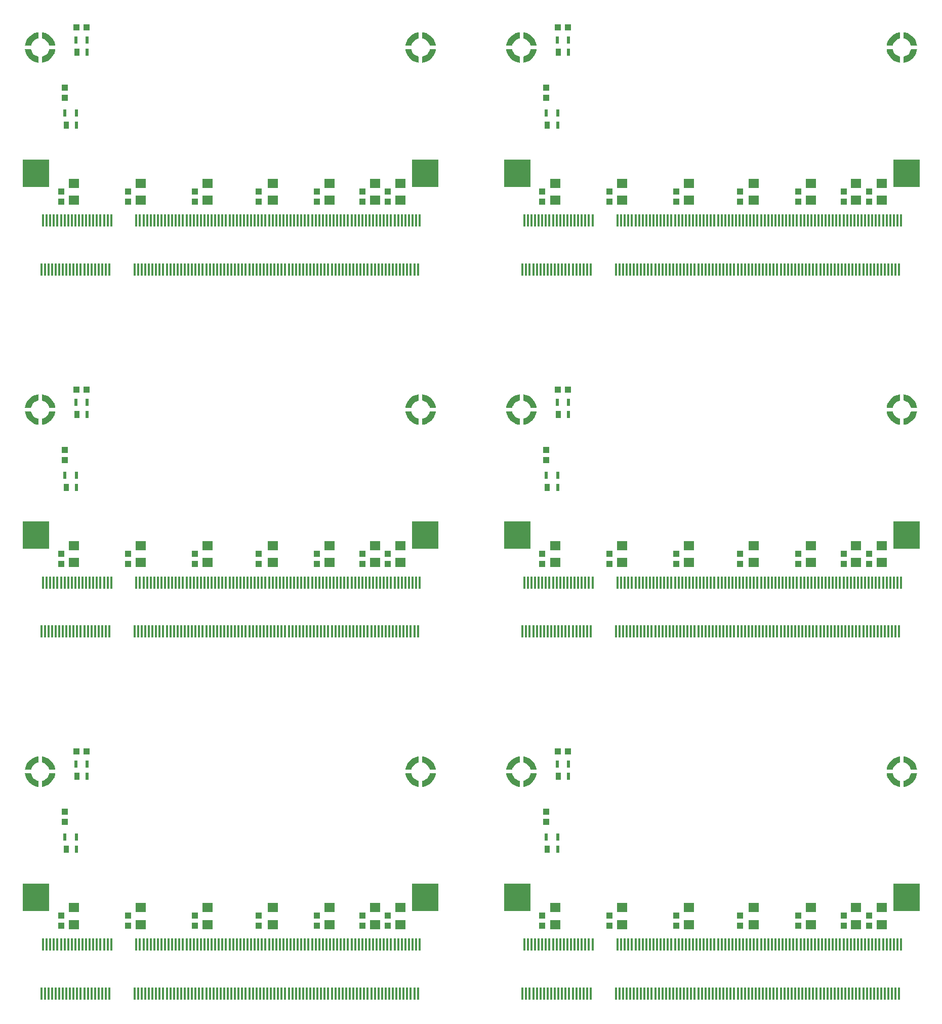
<source format=gtp>
G04*
G04 #@! TF.GenerationSoftware,Altium Limited,Altium Designer,19.0.15 (446)*
G04*
G04 Layer_Color=8421504*
%FSLAX43Y43*%
%MOMM*%
G71*
G01*
G75*
%ADD10R,0.350X2.000*%
%ADD11R,4.500X4.600*%
%ADD13R,1.100X1.000*%
%ADD14R,1.000X1.100*%
%ADD15R,0.483X1.168*%
%ADD16R,0.889X1.168*%
%ADD17R,1.800X1.600*%
G36*
X162826Y170422D02*
X163237Y170302D01*
X163623Y170115D01*
X163972Y169867D01*
X164275Y169564D01*
X164523Y169215D01*
X164710Y168829D01*
X164830Y168418D01*
X164855Y168205D01*
X164855D01*
X164855Y168205D01*
Y168205D01*
X163834D01*
X163834Y168205D01*
X163807Y168316D01*
X163731Y168532D01*
X163623Y168734D01*
X163487Y168917D01*
X163325Y169079D01*
X163142Y169215D01*
X162940Y169323D01*
X162724Y169399D01*
X162613Y169426D01*
X162613D01*
X162613Y170447D01*
X162826Y170422D01*
D02*
G37*
G36*
X162013Y169426D02*
X162013Y169426D01*
X161902Y169399D01*
X161686Y169323D01*
X161484Y169215D01*
X161301Y169079D01*
X161139Y168917D01*
X161003Y168734D01*
X160895Y168532D01*
X160819Y168316D01*
X160792Y168205D01*
X160792D01*
Y168205D01*
X159771Y168205D01*
X159796Y168418D01*
X159916Y168829D01*
X160103Y169215D01*
X160351Y169564D01*
X160654Y169867D01*
X161003Y170115D01*
X161389Y170302D01*
X161800Y170422D01*
X162013Y170447D01*
Y169426D01*
D02*
G37*
G36*
X99186Y170422D02*
X99597Y170302D01*
X99983Y170115D01*
X100332Y169867D01*
X100635Y169564D01*
X100883Y169215D01*
X101070Y168829D01*
X101190Y168418D01*
X101215Y168205D01*
X101215D01*
X101215Y168205D01*
Y168205D01*
X100194D01*
X100194Y168205D01*
X100167Y168316D01*
X100091Y168532D01*
X99983Y168734D01*
X99847Y168917D01*
X99685Y169079D01*
X99502Y169215D01*
X99300Y169323D01*
X99084Y169399D01*
X98973Y169426D01*
X98973D01*
X98973Y170447D01*
X99186Y170422D01*
D02*
G37*
G36*
X98373Y169426D02*
X98373Y169426D01*
X98262Y169399D01*
X98046Y169323D01*
X97844Y169215D01*
X97661Y169079D01*
X97499Y168917D01*
X97363Y168734D01*
X97255Y168532D01*
X97179Y168316D01*
X97152Y168205D01*
X97152D01*
Y168205D01*
X96131Y168205D01*
X96156Y168418D01*
X96276Y168829D01*
X96463Y169215D01*
X96711Y169564D01*
X97014Y169867D01*
X97363Y170115D01*
X97749Y170302D01*
X98160Y170422D01*
X98373Y170447D01*
Y169426D01*
D02*
G37*
G36*
X82326Y170422D02*
X82737Y170302D01*
X83123Y170115D01*
X83472Y169867D01*
X83775Y169564D01*
X84023Y169215D01*
X84210Y168829D01*
X84330Y168418D01*
X84355Y168205D01*
X84355D01*
X84355Y168205D01*
Y168205D01*
X83334D01*
X83334Y168205D01*
X83307Y168316D01*
X83231Y168532D01*
X83123Y168734D01*
X82987Y168917D01*
X82825Y169079D01*
X82642Y169215D01*
X82440Y169323D01*
X82224Y169399D01*
X82113Y169426D01*
X82113D01*
X82113Y170447D01*
X82326Y170422D01*
D02*
G37*
G36*
X81513Y169426D02*
X81513Y169426D01*
X81402Y169399D01*
X81186Y169323D01*
X80984Y169215D01*
X80801Y169079D01*
X80639Y168917D01*
X80503Y168734D01*
X80395Y168532D01*
X80319Y168316D01*
X80292Y168205D01*
X80292D01*
Y168205D01*
X79271Y168205D01*
X79296Y168418D01*
X79416Y168829D01*
X79603Y169215D01*
X79851Y169564D01*
X80154Y169867D01*
X80503Y170115D01*
X80889Y170302D01*
X81300Y170422D01*
X81513Y170447D01*
Y169426D01*
D02*
G37*
G36*
X18686Y170422D02*
X19097Y170302D01*
X19483Y170115D01*
X19832Y169867D01*
X20135Y169564D01*
X20383Y169215D01*
X20570Y168829D01*
X20690Y168418D01*
X20715Y168205D01*
X20715D01*
X20715Y168205D01*
Y168205D01*
X19694D01*
X19694Y168205D01*
X19667Y168316D01*
X19591Y168532D01*
X19483Y168734D01*
X19347Y168917D01*
X19185Y169079D01*
X19002Y169215D01*
X18800Y169323D01*
X18584Y169399D01*
X18473Y169426D01*
X18473D01*
X18473Y170447D01*
X18686Y170422D01*
D02*
G37*
G36*
X17873Y169426D02*
X17873Y169426D01*
X17762Y169399D01*
X17546Y169323D01*
X17344Y169215D01*
X17161Y169079D01*
X16999Y168917D01*
X16863Y168734D01*
X16755Y168532D01*
X16679Y168316D01*
X16652Y168205D01*
X16652D01*
Y168205D01*
X15631Y168205D01*
X15656Y168418D01*
X15776Y168829D01*
X15963Y169215D01*
X16211Y169564D01*
X16514Y169867D01*
X16863Y170115D01*
X17249Y170302D01*
X17660Y170422D01*
X17873Y170447D01*
Y169426D01*
D02*
G37*
G36*
X164830Y167392D02*
X164710Y166981D01*
X164523Y166595D01*
X164275Y166246D01*
X163972Y165943D01*
X163623Y165695D01*
X163237Y165508D01*
X162826Y165388D01*
X162613Y165363D01*
Y166384D01*
X162613D01*
X162724Y166411D01*
X162940Y166487D01*
X163142Y166595D01*
X163325Y166731D01*
X163487Y166893D01*
X163623Y167076D01*
X163731Y167278D01*
X163807Y167494D01*
X163834Y167605D01*
Y167605D01*
Y167605D01*
X164855D01*
X164830Y167392D01*
D02*
G37*
G36*
X101190D02*
X101070Y166981D01*
X100883Y166595D01*
X100635Y166246D01*
X100332Y165943D01*
X99983Y165695D01*
X99597Y165508D01*
X99186Y165388D01*
X98973Y165363D01*
Y166384D01*
X98973D01*
X99084Y166411D01*
X99300Y166487D01*
X99502Y166595D01*
X99685Y166731D01*
X99847Y166893D01*
X99983Y167076D01*
X100091Y167278D01*
X100167Y167494D01*
X100194Y167605D01*
Y167605D01*
Y167605D01*
X101215D01*
X101190Y167392D01*
D02*
G37*
G36*
X162613Y165363D02*
X162613D01*
X162613D01*
D01*
D02*
G37*
G36*
X160792Y167605D02*
X160819Y167494D01*
X160895Y167278D01*
X161003Y167076D01*
X161139Y166893D01*
X161301Y166731D01*
X161484Y166595D01*
X161686Y166487D01*
X161902Y166411D01*
X162013Y166384D01*
X162013Y166384D01*
X162013D01*
Y165363D01*
X161800Y165388D01*
X161389Y165508D01*
X161003Y165695D01*
X160654Y165943D01*
X160351Y166246D01*
X160103Y166595D01*
X159916Y166981D01*
X159796Y167392D01*
X159771Y167605D01*
X160792D01*
Y167605D01*
D02*
G37*
G36*
X98973Y165363D02*
X98973D01*
X98973D01*
D01*
D02*
G37*
G36*
X97152Y167605D02*
X97179Y167494D01*
X97255Y167278D01*
X97363Y167076D01*
X97499Y166893D01*
X97661Y166731D01*
X97844Y166595D01*
X98046Y166487D01*
X98262Y166411D01*
X98373Y166384D01*
X98373Y166384D01*
X98373D01*
Y165363D01*
X98160Y165388D01*
X97749Y165508D01*
X97363Y165695D01*
X97014Y165943D01*
X96711Y166246D01*
X96463Y166595D01*
X96276Y166981D01*
X96156Y167392D01*
X96131Y167605D01*
X97152D01*
Y167605D01*
D02*
G37*
G36*
X84330Y167392D02*
X84210Y166981D01*
X84023Y166595D01*
X83775Y166246D01*
X83472Y165943D01*
X83123Y165695D01*
X82737Y165508D01*
X82326Y165388D01*
X82113Y165363D01*
D01*
X82113D01*
X82113D01*
Y166384D01*
X82113D01*
X82224Y166411D01*
X82440Y166487D01*
X82642Y166595D01*
X82825Y166731D01*
X82987Y166893D01*
X83123Y167076D01*
X83231Y167278D01*
X83307Y167494D01*
X83334Y167605D01*
Y167605D01*
Y167605D01*
X84355D01*
X84330Y167392D01*
D02*
G37*
G36*
X80292Y167605D02*
X80319Y167494D01*
X80395Y167278D01*
X80503Y167076D01*
X80639Y166893D01*
X80801Y166731D01*
X80984Y166595D01*
X81186Y166487D01*
X81402Y166411D01*
X81513Y166384D01*
X81513Y166384D01*
X81513D01*
Y165363D01*
X81300Y165388D01*
X80889Y165508D01*
X80503Y165695D01*
X80154Y165943D01*
X79851Y166246D01*
X79603Y166595D01*
X79416Y166981D01*
X79296Y167392D01*
X79271Y167605D01*
X80292D01*
Y167605D01*
D02*
G37*
G36*
X20690Y167392D02*
X20570Y166981D01*
X20383Y166595D01*
X20135Y166246D01*
X19832Y165943D01*
X19483Y165695D01*
X19097Y165508D01*
X18686Y165388D01*
X18473Y165363D01*
D01*
X18473D01*
X18473D01*
Y166384D01*
X18473D01*
X18584Y166411D01*
X18800Y166487D01*
X19002Y166595D01*
X19185Y166731D01*
X19347Y166893D01*
X19483Y167076D01*
X19591Y167278D01*
X19667Y167494D01*
X19694Y167605D01*
Y167605D01*
Y167605D01*
X20715D01*
X20690Y167392D01*
D02*
G37*
G36*
X16652Y167605D02*
X16679Y167494D01*
X16755Y167278D01*
X16863Y167076D01*
X16999Y166893D01*
X17161Y166731D01*
X17344Y166595D01*
X17546Y166487D01*
X17762Y166411D01*
X17873Y166384D01*
X17873Y166384D01*
X17873D01*
Y165363D01*
X17660Y165388D01*
X17249Y165508D01*
X16863Y165695D01*
X16514Y165943D01*
X16211Y166246D01*
X15963Y166595D01*
X15776Y166981D01*
X15656Y167392D01*
X15631Y167605D01*
X16652D01*
Y167605D01*
D02*
G37*
G36*
X162826Y109922D02*
X163237Y109802D01*
X163623Y109615D01*
X163972Y109367D01*
X164275Y109064D01*
X164523Y108715D01*
X164710Y108329D01*
X164830Y107918D01*
X164855Y107705D01*
X164855D01*
X164855Y107705D01*
Y107705D01*
X163834D01*
X163834Y107705D01*
X163807Y107816D01*
X163731Y108032D01*
X163623Y108234D01*
X163487Y108417D01*
X163325Y108579D01*
X163142Y108715D01*
X162940Y108823D01*
X162724Y108899D01*
X162613Y108926D01*
X162613D01*
X162613Y109947D01*
X162826Y109922D01*
D02*
G37*
G36*
X162013Y108926D02*
X162013Y108926D01*
X161902Y108899D01*
X161686Y108823D01*
X161484Y108715D01*
X161301Y108579D01*
X161139Y108417D01*
X161003Y108234D01*
X160895Y108032D01*
X160819Y107816D01*
X160792Y107705D01*
X160792D01*
Y107705D01*
X159771Y107705D01*
X159796Y107918D01*
X159916Y108329D01*
X160103Y108715D01*
X160351Y109064D01*
X160654Y109367D01*
X161003Y109615D01*
X161389Y109802D01*
X161800Y109922D01*
X162013Y109947D01*
Y108926D01*
D02*
G37*
G36*
X99186Y109922D02*
X99597Y109802D01*
X99983Y109615D01*
X100332Y109367D01*
X100635Y109064D01*
X100883Y108715D01*
X101070Y108329D01*
X101190Y107918D01*
X101215Y107705D01*
X101215D01*
X101215Y107705D01*
Y107705D01*
X100194D01*
X100194Y107705D01*
X100167Y107816D01*
X100091Y108032D01*
X99983Y108234D01*
X99847Y108417D01*
X99685Y108579D01*
X99502Y108715D01*
X99300Y108823D01*
X99084Y108899D01*
X98973Y108926D01*
X98973D01*
X98973Y109947D01*
X99186Y109922D01*
D02*
G37*
G36*
X98373Y108926D02*
X98373Y108926D01*
X98262Y108899D01*
X98046Y108823D01*
X97844Y108715D01*
X97661Y108579D01*
X97499Y108417D01*
X97363Y108234D01*
X97255Y108032D01*
X97179Y107816D01*
X97152Y107705D01*
X97152D01*
Y107705D01*
X96131Y107705D01*
X96156Y107918D01*
X96276Y108329D01*
X96463Y108715D01*
X96711Y109064D01*
X97014Y109367D01*
X97363Y109615D01*
X97749Y109802D01*
X98160Y109922D01*
X98373Y109947D01*
Y108926D01*
D02*
G37*
G36*
X82326Y109922D02*
X82737Y109802D01*
X83123Y109615D01*
X83472Y109367D01*
X83775Y109064D01*
X84023Y108715D01*
X84210Y108329D01*
X84330Y107918D01*
X84355Y107705D01*
X84355D01*
X84355Y107705D01*
Y107705D01*
X83334D01*
X83334Y107705D01*
X83307Y107816D01*
X83231Y108032D01*
X83123Y108234D01*
X82987Y108417D01*
X82825Y108579D01*
X82642Y108715D01*
X82440Y108823D01*
X82224Y108899D01*
X82113Y108926D01*
X82113D01*
X82113Y109947D01*
X82326Y109922D01*
D02*
G37*
G36*
X81513Y108926D02*
X81513Y108926D01*
X81402Y108899D01*
X81186Y108823D01*
X80984Y108715D01*
X80801Y108579D01*
X80639Y108417D01*
X80503Y108234D01*
X80395Y108032D01*
X80319Y107816D01*
X80292Y107705D01*
X80292D01*
Y107705D01*
X79271Y107705D01*
X79296Y107918D01*
X79416Y108329D01*
X79603Y108715D01*
X79851Y109064D01*
X80154Y109367D01*
X80503Y109615D01*
X80889Y109802D01*
X81300Y109922D01*
X81513Y109947D01*
Y108926D01*
D02*
G37*
G36*
X18686Y109922D02*
X19097Y109802D01*
X19483Y109615D01*
X19832Y109367D01*
X20135Y109064D01*
X20383Y108715D01*
X20570Y108329D01*
X20690Y107918D01*
X20715Y107705D01*
X20715D01*
X20715Y107705D01*
Y107705D01*
X19694D01*
X19694Y107705D01*
X19667Y107816D01*
X19591Y108032D01*
X19483Y108234D01*
X19347Y108417D01*
X19185Y108579D01*
X19002Y108715D01*
X18800Y108823D01*
X18584Y108899D01*
X18473Y108926D01*
X18473D01*
X18473Y109947D01*
X18686Y109922D01*
D02*
G37*
G36*
X17873Y108926D02*
X17873Y108926D01*
X17762Y108899D01*
X17546Y108823D01*
X17344Y108715D01*
X17161Y108579D01*
X16999Y108417D01*
X16863Y108234D01*
X16755Y108032D01*
X16679Y107816D01*
X16652Y107705D01*
X16652D01*
Y107705D01*
X15631Y107705D01*
X15656Y107918D01*
X15776Y108329D01*
X15963Y108715D01*
X16211Y109064D01*
X16514Y109367D01*
X16863Y109615D01*
X17249Y109802D01*
X17660Y109922D01*
X17873Y109947D01*
Y108926D01*
D02*
G37*
G36*
X164830Y106892D02*
X164710Y106481D01*
X164523Y106095D01*
X164275Y105746D01*
X163972Y105443D01*
X163623Y105195D01*
X163237Y105008D01*
X162826Y104888D01*
X162613Y104863D01*
D01*
X162613D01*
X162613D01*
Y105884D01*
X162613D01*
X162724Y105911D01*
X162940Y105987D01*
X163142Y106095D01*
X163325Y106231D01*
X163487Y106393D01*
X163623Y106576D01*
X163731Y106778D01*
X163807Y106994D01*
X163834Y107105D01*
Y107105D01*
Y107105D01*
X164855D01*
X164830Y106892D01*
D02*
G37*
G36*
X160792Y107105D02*
X160819Y106994D01*
X160895Y106778D01*
X161003Y106576D01*
X161139Y106393D01*
X161301Y106231D01*
X161484Y106095D01*
X161686Y105987D01*
X161902Y105911D01*
X162013Y105884D01*
X162013Y105884D01*
X162013D01*
Y104863D01*
X161800Y104888D01*
X161389Y105008D01*
X161003Y105195D01*
X160654Y105443D01*
X160351Y105746D01*
X160103Y106095D01*
X159916Y106481D01*
X159796Y106892D01*
X159771Y107105D01*
X160792D01*
Y107105D01*
D02*
G37*
G36*
X101190Y106892D02*
X101070Y106481D01*
X100883Y106095D01*
X100635Y105746D01*
X100332Y105443D01*
X99983Y105195D01*
X99597Y105008D01*
X99186Y104888D01*
X98973Y104863D01*
D01*
X98973D01*
X98973D01*
Y105884D01*
X98973D01*
X99084Y105911D01*
X99300Y105987D01*
X99502Y106095D01*
X99685Y106231D01*
X99847Y106393D01*
X99983Y106576D01*
X100091Y106778D01*
X100167Y106994D01*
X100194Y107105D01*
Y107105D01*
Y107105D01*
X101215D01*
X101190Y106892D01*
D02*
G37*
G36*
X97152Y107105D02*
X97179Y106994D01*
X97255Y106778D01*
X97363Y106576D01*
X97499Y106393D01*
X97661Y106231D01*
X97844Y106095D01*
X98046Y105987D01*
X98262Y105911D01*
X98373Y105884D01*
X98373Y105884D01*
X98373D01*
Y104863D01*
X98160Y104888D01*
X97749Y105008D01*
X97363Y105195D01*
X97014Y105443D01*
X96711Y105746D01*
X96463Y106095D01*
X96276Y106481D01*
X96156Y106892D01*
X96131Y107105D01*
X97152D01*
Y107105D01*
D02*
G37*
G36*
X84330Y106892D02*
X84210Y106481D01*
X84023Y106095D01*
X83775Y105746D01*
X83472Y105443D01*
X83123Y105195D01*
X82737Y105008D01*
X82326Y104888D01*
X82113Y104863D01*
D01*
X82113D01*
X82113D01*
Y105884D01*
X82113D01*
X82224Y105911D01*
X82440Y105987D01*
X82642Y106095D01*
X82825Y106231D01*
X82987Y106393D01*
X83123Y106576D01*
X83231Y106778D01*
X83307Y106994D01*
X83334Y107105D01*
Y107105D01*
Y107105D01*
X84355D01*
X84330Y106892D01*
D02*
G37*
G36*
X80292Y107105D02*
X80319Y106994D01*
X80395Y106778D01*
X80503Y106576D01*
X80639Y106393D01*
X80801Y106231D01*
X80984Y106095D01*
X81186Y105987D01*
X81402Y105911D01*
X81513Y105884D01*
X81513Y105884D01*
X81513D01*
Y104863D01*
X81300Y104888D01*
X80889Y105008D01*
X80503Y105195D01*
X80154Y105443D01*
X79851Y105746D01*
X79603Y106095D01*
X79416Y106481D01*
X79296Y106892D01*
X79271Y107105D01*
X80292D01*
Y107105D01*
D02*
G37*
G36*
X20690Y106892D02*
X20570Y106481D01*
X20383Y106095D01*
X20135Y105746D01*
X19832Y105443D01*
X19483Y105195D01*
X19097Y105008D01*
X18686Y104888D01*
X18473Y104863D01*
D01*
X18473D01*
X18473D01*
Y105884D01*
X18473D01*
X18584Y105911D01*
X18800Y105987D01*
X19002Y106095D01*
X19185Y106231D01*
X19347Y106393D01*
X19483Y106576D01*
X19591Y106778D01*
X19667Y106994D01*
X19694Y107105D01*
Y107105D01*
Y107105D01*
X20715D01*
X20690Y106892D01*
D02*
G37*
G36*
X16652Y107105D02*
X16679Y106994D01*
X16755Y106778D01*
X16863Y106576D01*
X16999Y106393D01*
X17161Y106231D01*
X17344Y106095D01*
X17546Y105987D01*
X17762Y105911D01*
X17873Y105884D01*
X17873Y105884D01*
X17873D01*
Y104863D01*
X17660Y104888D01*
X17249Y105008D01*
X16863Y105195D01*
X16514Y105443D01*
X16211Y105746D01*
X15963Y106095D01*
X15776Y106481D01*
X15656Y106892D01*
X15631Y107105D01*
X16652D01*
Y107105D01*
D02*
G37*
G36*
X162826Y49422D02*
X163237Y49302D01*
X163623Y49115D01*
X163972Y48867D01*
X164275Y48564D01*
X164523Y48215D01*
X164710Y47829D01*
X164830Y47418D01*
X164855Y47205D01*
X164855D01*
X164855Y47205D01*
Y47205D01*
X163834D01*
X163834Y47205D01*
X163807Y47316D01*
X163731Y47532D01*
X163623Y47734D01*
X163487Y47917D01*
X163325Y48079D01*
X163142Y48215D01*
X162940Y48323D01*
X162724Y48399D01*
X162613Y48426D01*
X162613D01*
X162613Y49447D01*
X162826Y49422D01*
D02*
G37*
G36*
X162013Y48426D02*
X162013Y48426D01*
X161902Y48399D01*
X161686Y48323D01*
X161484Y48215D01*
X161301Y48079D01*
X161139Y47917D01*
X161003Y47734D01*
X160895Y47532D01*
X160819Y47316D01*
X160792Y47205D01*
X160792D01*
Y47205D01*
X159771Y47205D01*
X159796Y47418D01*
X159916Y47829D01*
X160103Y48215D01*
X160351Y48564D01*
X160654Y48867D01*
X161003Y49115D01*
X161389Y49302D01*
X161800Y49422D01*
X162013Y49447D01*
Y48426D01*
D02*
G37*
G36*
X99186Y49422D02*
X99597Y49302D01*
X99983Y49115D01*
X100332Y48867D01*
X100635Y48564D01*
X100883Y48215D01*
X101070Y47829D01*
X101190Y47418D01*
X101215Y47205D01*
X101215D01*
X101215Y47205D01*
Y47205D01*
X100194D01*
X100194Y47205D01*
X100167Y47316D01*
X100091Y47532D01*
X99983Y47734D01*
X99847Y47917D01*
X99685Y48079D01*
X99502Y48215D01*
X99300Y48323D01*
X99084Y48399D01*
X98973Y48426D01*
X98973D01*
X98973Y49447D01*
X99186Y49422D01*
D02*
G37*
G36*
X98373Y48426D02*
X98373Y48426D01*
X98262Y48399D01*
X98046Y48323D01*
X97844Y48215D01*
X97661Y48079D01*
X97499Y47917D01*
X97363Y47734D01*
X97255Y47532D01*
X97179Y47316D01*
X97152Y47205D01*
X97152D01*
Y47205D01*
X96131Y47205D01*
X96156Y47418D01*
X96276Y47829D01*
X96463Y48215D01*
X96711Y48564D01*
X97014Y48867D01*
X97363Y49115D01*
X97749Y49302D01*
X98160Y49422D01*
X98373Y49447D01*
Y48426D01*
D02*
G37*
G36*
X82326Y49422D02*
X82737Y49302D01*
X83123Y49115D01*
X83472Y48867D01*
X83775Y48564D01*
X84023Y48215D01*
X84210Y47829D01*
X84330Y47418D01*
X84355Y47205D01*
X84355D01*
X84355Y47205D01*
Y47205D01*
X83334D01*
X83334Y47205D01*
X83307Y47316D01*
X83231Y47532D01*
X83123Y47734D01*
X82987Y47917D01*
X82825Y48079D01*
X82642Y48215D01*
X82440Y48323D01*
X82224Y48399D01*
X82113Y48426D01*
X82113D01*
X82113Y49447D01*
X82326Y49422D01*
D02*
G37*
G36*
X81513Y48426D02*
X81513Y48426D01*
X81402Y48399D01*
X81186Y48323D01*
X80984Y48215D01*
X80801Y48079D01*
X80639Y47917D01*
X80503Y47734D01*
X80395Y47532D01*
X80319Y47316D01*
X80292Y47205D01*
X80292D01*
Y47205D01*
X79271Y47205D01*
X79296Y47418D01*
X79416Y47829D01*
X79603Y48215D01*
X79851Y48564D01*
X80154Y48867D01*
X80503Y49115D01*
X80889Y49302D01*
X81300Y49422D01*
X81513Y49447D01*
Y48426D01*
D02*
G37*
G36*
X18686Y49422D02*
X19097Y49302D01*
X19483Y49115D01*
X19832Y48867D01*
X20135Y48564D01*
X20383Y48215D01*
X20570Y47829D01*
X20690Y47418D01*
X20715Y47205D01*
X20715D01*
X20715Y47205D01*
Y47205D01*
X19694D01*
X19694Y47205D01*
X19667Y47316D01*
X19591Y47532D01*
X19483Y47734D01*
X19347Y47917D01*
X19185Y48079D01*
X19002Y48215D01*
X18800Y48323D01*
X18584Y48399D01*
X18473Y48426D01*
X18473D01*
X18473Y49447D01*
X18686Y49422D01*
D02*
G37*
G36*
X17873Y48426D02*
X17873Y48426D01*
X17762Y48399D01*
X17546Y48323D01*
X17344Y48215D01*
X17161Y48079D01*
X16999Y47917D01*
X16863Y47734D01*
X16755Y47532D01*
X16679Y47316D01*
X16652Y47205D01*
X16652D01*
Y47205D01*
X15631Y47205D01*
X15656Y47418D01*
X15776Y47829D01*
X15963Y48215D01*
X16211Y48564D01*
X16514Y48867D01*
X16863Y49115D01*
X17249Y49302D01*
X17660Y49422D01*
X17873Y49447D01*
Y48426D01*
D02*
G37*
G36*
X164830Y46392D02*
X164710Y45981D01*
X164523Y45595D01*
X164275Y45246D01*
X163972Y44943D01*
X163623Y44695D01*
X163237Y44508D01*
X162826Y44388D01*
X162613Y44363D01*
D01*
X162613D01*
X162613D01*
Y45384D01*
X162613D01*
X162724Y45411D01*
X162940Y45487D01*
X163142Y45595D01*
X163325Y45731D01*
X163487Y45893D01*
X163623Y46076D01*
X163731Y46278D01*
X163807Y46494D01*
X163834Y46605D01*
Y46605D01*
Y46605D01*
X164855D01*
X164830Y46392D01*
D02*
G37*
G36*
X160792Y46605D02*
X160819Y46494D01*
X160895Y46278D01*
X161003Y46076D01*
X161139Y45893D01*
X161301Y45731D01*
X161484Y45595D01*
X161686Y45487D01*
X161902Y45411D01*
X162013Y45384D01*
X162013Y45384D01*
X162013D01*
Y44363D01*
X161800Y44388D01*
X161389Y44508D01*
X161003Y44695D01*
X160654Y44943D01*
X160351Y45246D01*
X160103Y45595D01*
X159916Y45981D01*
X159796Y46392D01*
X159771Y46605D01*
X160792D01*
Y46605D01*
D02*
G37*
G36*
X101190Y46392D02*
X101070Y45981D01*
X100883Y45595D01*
X100635Y45246D01*
X100332Y44943D01*
X99983Y44695D01*
X99597Y44508D01*
X99186Y44388D01*
X98973Y44363D01*
D01*
X98973D01*
X98973D01*
Y45384D01*
X98973D01*
X99084Y45411D01*
X99300Y45487D01*
X99502Y45595D01*
X99685Y45731D01*
X99847Y45893D01*
X99983Y46076D01*
X100091Y46278D01*
X100167Y46494D01*
X100194Y46605D01*
Y46605D01*
Y46605D01*
X101215D01*
X101190Y46392D01*
D02*
G37*
G36*
X97152Y46605D02*
X97179Y46494D01*
X97255Y46278D01*
X97363Y46076D01*
X97499Y45893D01*
X97661Y45731D01*
X97844Y45595D01*
X98046Y45487D01*
X98262Y45411D01*
X98373Y45384D01*
X98373Y45384D01*
X98373D01*
Y44363D01*
X98160Y44388D01*
X97749Y44508D01*
X97363Y44695D01*
X97014Y44943D01*
X96711Y45246D01*
X96463Y45595D01*
X96276Y45981D01*
X96156Y46392D01*
X96131Y46605D01*
X97152D01*
Y46605D01*
D02*
G37*
G36*
X84330Y46392D02*
X84210Y45981D01*
X84023Y45595D01*
X83775Y45246D01*
X83472Y44943D01*
X83123Y44695D01*
X82737Y44508D01*
X82326Y44388D01*
X82113Y44363D01*
D01*
X82113D01*
X82113D01*
Y45384D01*
X82113D01*
X82224Y45411D01*
X82440Y45487D01*
X82642Y45595D01*
X82825Y45731D01*
X82987Y45893D01*
X83123Y46076D01*
X83231Y46278D01*
X83307Y46494D01*
X83334Y46605D01*
Y46605D01*
Y46605D01*
X84355D01*
X84330Y46392D01*
D02*
G37*
G36*
X80292Y46605D02*
X80319Y46494D01*
X80395Y46278D01*
X80503Y46076D01*
X80639Y45893D01*
X80801Y45731D01*
X80984Y45595D01*
X81186Y45487D01*
X81402Y45411D01*
X81513Y45384D01*
X81513Y45384D01*
X81513D01*
Y44363D01*
X81300Y44388D01*
X80889Y44508D01*
X80503Y44695D01*
X80154Y44943D01*
X79851Y45246D01*
X79603Y45595D01*
X79416Y45981D01*
X79296Y46392D01*
X79271Y46605D01*
X80292D01*
Y46605D01*
D02*
G37*
G36*
X20690Y46392D02*
X20570Y45981D01*
X20383Y45595D01*
X20135Y45246D01*
X19832Y44943D01*
X19483Y44695D01*
X19097Y44508D01*
X18686Y44388D01*
X18473Y44363D01*
D01*
X18473D01*
X18473D01*
Y45384D01*
X18473D01*
X18584Y45411D01*
X18800Y45487D01*
X19002Y45595D01*
X19185Y45731D01*
X19347Y45893D01*
X19483Y46076D01*
X19591Y46278D01*
X19667Y46494D01*
X19694Y46605D01*
Y46605D01*
Y46605D01*
X20715D01*
X20690Y46392D01*
D02*
G37*
G36*
X16652Y46605D02*
X16679Y46494D01*
X16755Y46278D01*
X16863Y46076D01*
X16999Y45893D01*
X17161Y45731D01*
X17344Y45595D01*
X17546Y45487D01*
X17762Y45411D01*
X17873Y45384D01*
X17873Y45384D01*
X17873D01*
Y44363D01*
X17660Y44388D01*
X17249Y44508D01*
X16863Y44695D01*
X16514Y44943D01*
X16211Y45246D01*
X15963Y45595D01*
X15776Y45981D01*
X15656Y46392D01*
X15631Y46605D01*
X16652D01*
Y46605D01*
D02*
G37*
D10*
X18364Y9805D02*
D03*
X18664Y18005D02*
D03*
X18964Y9805D02*
D03*
X19264Y18005D02*
D03*
X19564Y9805D02*
D03*
X19864Y18005D02*
D03*
X20164Y9805D02*
D03*
X20464Y18005D02*
D03*
X20764Y9805D02*
D03*
X21064Y18005D02*
D03*
X21364Y9805D02*
D03*
X21664Y18005D02*
D03*
X21964Y9805D02*
D03*
X22264Y18005D02*
D03*
X22564Y9805D02*
D03*
X22864Y18005D02*
D03*
X23164Y9805D02*
D03*
X23464Y18005D02*
D03*
X23764Y9805D02*
D03*
X24064Y18005D02*
D03*
X24364Y9805D02*
D03*
X24664Y18005D02*
D03*
X24964Y9805D02*
D03*
X25264Y18005D02*
D03*
X25564Y9805D02*
D03*
X25864Y18005D02*
D03*
X26164Y9805D02*
D03*
X26464Y18005D02*
D03*
X26764Y9805D02*
D03*
X27064Y18005D02*
D03*
X27364Y9805D02*
D03*
X27664Y18005D02*
D03*
X27964Y9805D02*
D03*
X28264Y18005D02*
D03*
X28564Y9805D02*
D03*
X28864Y18005D02*
D03*
X29164Y9805D02*
D03*
X29464Y18005D02*
D03*
X29764Y9805D02*
D03*
X30064Y18005D02*
D03*
X33964Y9805D02*
D03*
X34264Y18005D02*
D03*
X34564Y9805D02*
D03*
X34864Y18005D02*
D03*
X35164Y9805D02*
D03*
X35464Y18005D02*
D03*
X35764Y9805D02*
D03*
X36064Y18005D02*
D03*
X36364Y9805D02*
D03*
X36664Y18005D02*
D03*
X36964Y9805D02*
D03*
X37264Y18005D02*
D03*
X37564Y9805D02*
D03*
X37864Y18005D02*
D03*
X38164Y9805D02*
D03*
X38464Y18005D02*
D03*
X38764Y9805D02*
D03*
X39064Y18005D02*
D03*
X39364Y9805D02*
D03*
X39664Y18005D02*
D03*
X39964Y9805D02*
D03*
X40264Y18005D02*
D03*
X40564Y9805D02*
D03*
X40864Y18005D02*
D03*
X41164Y9805D02*
D03*
X41464Y18005D02*
D03*
X41764Y9805D02*
D03*
X42064Y18005D02*
D03*
X42364Y9805D02*
D03*
X42664Y18005D02*
D03*
X42964Y9805D02*
D03*
X43264Y18005D02*
D03*
X43564Y9805D02*
D03*
X43864Y18005D02*
D03*
X44164Y9805D02*
D03*
X44464Y18005D02*
D03*
X44764Y9805D02*
D03*
X45064Y18005D02*
D03*
X45364Y9805D02*
D03*
X45664Y18005D02*
D03*
X45964Y9805D02*
D03*
X46264Y18005D02*
D03*
X46564Y9805D02*
D03*
X46864Y18005D02*
D03*
X47164Y9805D02*
D03*
X47464Y18005D02*
D03*
X47764Y9805D02*
D03*
X48064Y18005D02*
D03*
X48364Y9805D02*
D03*
X48664Y18005D02*
D03*
X48964Y9805D02*
D03*
X49264Y18005D02*
D03*
X49564Y9805D02*
D03*
X49864Y18005D02*
D03*
X50164Y9805D02*
D03*
X50464Y18005D02*
D03*
X50764Y9805D02*
D03*
X51064Y18005D02*
D03*
X51364Y9805D02*
D03*
X51664Y18005D02*
D03*
X51964Y9805D02*
D03*
X52264Y18005D02*
D03*
X52564Y9805D02*
D03*
X52864Y18005D02*
D03*
X53164Y9805D02*
D03*
X53464Y18005D02*
D03*
X53764Y9805D02*
D03*
X54064Y18005D02*
D03*
X54364Y9805D02*
D03*
X54664Y18005D02*
D03*
X54964Y9805D02*
D03*
X55264Y18005D02*
D03*
X55564Y9805D02*
D03*
X55864Y18005D02*
D03*
X56164Y9805D02*
D03*
X56464Y18005D02*
D03*
X56764Y9805D02*
D03*
X57064Y18005D02*
D03*
X57364Y9805D02*
D03*
X57664Y18005D02*
D03*
X57964Y9805D02*
D03*
X58264Y18005D02*
D03*
X58564Y9805D02*
D03*
X58864Y18005D02*
D03*
X59164Y9805D02*
D03*
X59464Y18005D02*
D03*
X59764Y9805D02*
D03*
X60064Y18005D02*
D03*
X60364Y9805D02*
D03*
X60664Y18005D02*
D03*
X60964Y9805D02*
D03*
X61264Y18005D02*
D03*
X61564Y9805D02*
D03*
X61864Y18005D02*
D03*
X62164Y9805D02*
D03*
X62464Y18005D02*
D03*
X62764Y9805D02*
D03*
X63064Y18005D02*
D03*
X63364Y9805D02*
D03*
X63664Y18005D02*
D03*
X63964Y9805D02*
D03*
X64264Y18005D02*
D03*
X64564Y9805D02*
D03*
X64864Y18005D02*
D03*
X65164Y9805D02*
D03*
X65464Y18005D02*
D03*
X65764Y9805D02*
D03*
X66064Y18005D02*
D03*
X66364Y9805D02*
D03*
X66664Y18005D02*
D03*
X66964Y9805D02*
D03*
X67264Y18005D02*
D03*
X67564Y9805D02*
D03*
X67864Y18005D02*
D03*
X68164Y9805D02*
D03*
X68464Y18005D02*
D03*
X68764Y9805D02*
D03*
X69064Y18005D02*
D03*
X69364Y9805D02*
D03*
X69664Y18005D02*
D03*
X69964Y9805D02*
D03*
X70264Y18005D02*
D03*
X70564Y9805D02*
D03*
X70864Y18005D02*
D03*
X71164Y9805D02*
D03*
X71464Y18005D02*
D03*
X71764Y9805D02*
D03*
X72064Y18005D02*
D03*
X72364Y9805D02*
D03*
X72664Y18005D02*
D03*
X72964Y9805D02*
D03*
X73264Y18005D02*
D03*
X73564Y9805D02*
D03*
X73864Y18005D02*
D03*
X74164Y9805D02*
D03*
X74464Y18005D02*
D03*
X74764Y9805D02*
D03*
X75064Y18005D02*
D03*
X75364Y9805D02*
D03*
X75664Y18005D02*
D03*
X75964Y9805D02*
D03*
X76264Y18005D02*
D03*
X76564Y9805D02*
D03*
X76864Y18005D02*
D03*
X77164Y9805D02*
D03*
X77464Y18005D02*
D03*
X77764Y9805D02*
D03*
X78064Y18005D02*
D03*
X78364Y9805D02*
D03*
X78664Y18005D02*
D03*
X78964Y9805D02*
D03*
X79264Y18005D02*
D03*
X79564Y9805D02*
D03*
X79864Y18005D02*
D03*
X80164Y9805D02*
D03*
X80464Y18005D02*
D03*
X80764Y9805D02*
D03*
X81064Y18005D02*
D03*
X81364Y9805D02*
D03*
X81664Y18005D02*
D03*
X98864Y9805D02*
D03*
X99164Y18005D02*
D03*
X99464Y9805D02*
D03*
X99764Y18005D02*
D03*
X100064Y9805D02*
D03*
X100364Y18005D02*
D03*
X100664Y9805D02*
D03*
X100964Y18005D02*
D03*
X101264Y9805D02*
D03*
X101564Y18005D02*
D03*
X101864Y9805D02*
D03*
X102164Y18005D02*
D03*
X102464Y9805D02*
D03*
X102764Y18005D02*
D03*
X103064Y9805D02*
D03*
X103364Y18005D02*
D03*
X103664Y9805D02*
D03*
X103964Y18005D02*
D03*
X104264Y9805D02*
D03*
X104564Y18005D02*
D03*
X104864Y9805D02*
D03*
X105164Y18005D02*
D03*
X105464Y9805D02*
D03*
X105764Y18005D02*
D03*
X106064Y9805D02*
D03*
X106364Y18005D02*
D03*
X106664Y9805D02*
D03*
X106964Y18005D02*
D03*
X107264Y9805D02*
D03*
X107564Y18005D02*
D03*
X107864Y9805D02*
D03*
X108164Y18005D02*
D03*
X108464Y9805D02*
D03*
X108764Y18005D02*
D03*
X109064Y9805D02*
D03*
X109364Y18005D02*
D03*
X109664Y9805D02*
D03*
X109964Y18005D02*
D03*
X110264Y9805D02*
D03*
X110564Y18005D02*
D03*
X114464Y9805D02*
D03*
X114764Y18005D02*
D03*
X115064Y9805D02*
D03*
X115364Y18005D02*
D03*
X115664Y9805D02*
D03*
X115964Y18005D02*
D03*
X116264Y9805D02*
D03*
X116564Y18005D02*
D03*
X116864Y9805D02*
D03*
X117164Y18005D02*
D03*
X117464Y9805D02*
D03*
X117764Y18005D02*
D03*
X118064Y9805D02*
D03*
X118364Y18005D02*
D03*
X118664Y9805D02*
D03*
X118964Y18005D02*
D03*
X119264Y9805D02*
D03*
X119564Y18005D02*
D03*
X119864Y9805D02*
D03*
X120164Y18005D02*
D03*
X120464Y9805D02*
D03*
X120764Y18005D02*
D03*
X121064Y9805D02*
D03*
X121364Y18005D02*
D03*
X121664Y9805D02*
D03*
X121964Y18005D02*
D03*
X122264Y9805D02*
D03*
X122564Y18005D02*
D03*
X122864Y9805D02*
D03*
X123164Y18005D02*
D03*
X123464Y9805D02*
D03*
X123764Y18005D02*
D03*
X124064Y9805D02*
D03*
X124364Y18005D02*
D03*
X124664Y9805D02*
D03*
X124964Y18005D02*
D03*
X125264Y9805D02*
D03*
X125564Y18005D02*
D03*
X125864Y9805D02*
D03*
X126164Y18005D02*
D03*
X126464Y9805D02*
D03*
X126764Y18005D02*
D03*
X127064Y9805D02*
D03*
X127364Y18005D02*
D03*
X127664Y9805D02*
D03*
X127964Y18005D02*
D03*
X128264Y9805D02*
D03*
X128564Y18005D02*
D03*
X128864Y9805D02*
D03*
X129164Y18005D02*
D03*
X129464Y9805D02*
D03*
X129764Y18005D02*
D03*
X130064Y9805D02*
D03*
X130364Y18005D02*
D03*
X130664Y9805D02*
D03*
X130964Y18005D02*
D03*
X131264Y9805D02*
D03*
X131564Y18005D02*
D03*
X131864Y9805D02*
D03*
X132164Y18005D02*
D03*
X132464Y9805D02*
D03*
X132764Y18005D02*
D03*
X133064Y9805D02*
D03*
X133364Y18005D02*
D03*
X133664Y9805D02*
D03*
X133964Y18005D02*
D03*
X134264Y9805D02*
D03*
X134564Y18005D02*
D03*
X134864Y9805D02*
D03*
X135164Y18005D02*
D03*
X135464Y9805D02*
D03*
X135764Y18005D02*
D03*
X136064Y9805D02*
D03*
X136364Y18005D02*
D03*
X136664Y9805D02*
D03*
X136964Y18005D02*
D03*
X137264Y9805D02*
D03*
X137564Y18005D02*
D03*
X137864Y9805D02*
D03*
X138164Y18005D02*
D03*
X138464Y9805D02*
D03*
X138764Y18005D02*
D03*
X139064Y9805D02*
D03*
X139364Y18005D02*
D03*
X139664Y9805D02*
D03*
X139964Y18005D02*
D03*
X140264Y9805D02*
D03*
X140564Y18005D02*
D03*
X140864Y9805D02*
D03*
X141164Y18005D02*
D03*
X141464Y9805D02*
D03*
X141764Y18005D02*
D03*
X142064Y9805D02*
D03*
X142364Y18005D02*
D03*
X142664Y9805D02*
D03*
X142964Y18005D02*
D03*
X143264Y9805D02*
D03*
X143564Y18005D02*
D03*
X143864Y9805D02*
D03*
X144164Y18005D02*
D03*
X144464Y9805D02*
D03*
X144764Y18005D02*
D03*
X145064Y9805D02*
D03*
X145364Y18005D02*
D03*
X145664Y9805D02*
D03*
X145964Y18005D02*
D03*
X146264Y9805D02*
D03*
X146564Y18005D02*
D03*
X146864Y9805D02*
D03*
X147164Y18005D02*
D03*
X147464Y9805D02*
D03*
X147764Y18005D02*
D03*
X148064Y9805D02*
D03*
X148364Y18005D02*
D03*
X148664Y9805D02*
D03*
X148964Y18005D02*
D03*
X149264Y9805D02*
D03*
X149564Y18005D02*
D03*
X149864Y9805D02*
D03*
X150164Y18005D02*
D03*
X150464Y9805D02*
D03*
X150764Y18005D02*
D03*
X151064Y9805D02*
D03*
X151364Y18005D02*
D03*
X151664Y9805D02*
D03*
X151964Y18005D02*
D03*
X152264Y9805D02*
D03*
X152564Y18005D02*
D03*
X152864Y9805D02*
D03*
X153164Y18005D02*
D03*
X153464Y9805D02*
D03*
X153764Y18005D02*
D03*
X154064Y9805D02*
D03*
X154364Y18005D02*
D03*
X154664Y9805D02*
D03*
X154964Y18005D02*
D03*
X155264Y9805D02*
D03*
X155564Y18005D02*
D03*
X155864Y9805D02*
D03*
X156164Y18005D02*
D03*
X156464Y9805D02*
D03*
X156764Y18005D02*
D03*
X157064Y9805D02*
D03*
X157364Y18005D02*
D03*
X157664Y9805D02*
D03*
X157964Y18005D02*
D03*
X158264Y9805D02*
D03*
X158564Y18005D02*
D03*
X158864Y9805D02*
D03*
X159164Y18005D02*
D03*
X159464Y9805D02*
D03*
X159764Y18005D02*
D03*
X160064Y9805D02*
D03*
X160364Y18005D02*
D03*
X160664Y9805D02*
D03*
X160964Y18005D02*
D03*
X161264Y9805D02*
D03*
X161564Y18005D02*
D03*
X161864Y9805D02*
D03*
X162164Y18005D02*
D03*
X18364Y70305D02*
D03*
X18664Y78505D02*
D03*
X18964Y70305D02*
D03*
X19264Y78505D02*
D03*
X19564Y70305D02*
D03*
X19864Y78505D02*
D03*
X20164Y70305D02*
D03*
X20464Y78505D02*
D03*
X20764Y70305D02*
D03*
X21064Y78505D02*
D03*
X21364Y70305D02*
D03*
X21664Y78505D02*
D03*
X21964Y70305D02*
D03*
X22264Y78505D02*
D03*
X22564Y70305D02*
D03*
X22864Y78505D02*
D03*
X23164Y70305D02*
D03*
X23464Y78505D02*
D03*
X23764Y70305D02*
D03*
X24064Y78505D02*
D03*
X24364Y70305D02*
D03*
X24664Y78505D02*
D03*
X24964Y70305D02*
D03*
X25264Y78505D02*
D03*
X25564Y70305D02*
D03*
X25864Y78505D02*
D03*
X26164Y70305D02*
D03*
X26464Y78505D02*
D03*
X26764Y70305D02*
D03*
X27064Y78505D02*
D03*
X27364Y70305D02*
D03*
X27664Y78505D02*
D03*
X27964Y70305D02*
D03*
X28264Y78505D02*
D03*
X28564Y70305D02*
D03*
X28864Y78505D02*
D03*
X29164Y70305D02*
D03*
X29464Y78505D02*
D03*
X29764Y70305D02*
D03*
X30064Y78505D02*
D03*
X33964Y70305D02*
D03*
X34264Y78505D02*
D03*
X34564Y70305D02*
D03*
X34864Y78505D02*
D03*
X35164Y70305D02*
D03*
X35464Y78505D02*
D03*
X35764Y70305D02*
D03*
X36064Y78505D02*
D03*
X36364Y70305D02*
D03*
X36664Y78505D02*
D03*
X36964Y70305D02*
D03*
X37264Y78505D02*
D03*
X37564Y70305D02*
D03*
X37864Y78505D02*
D03*
X38164Y70305D02*
D03*
X38464Y78505D02*
D03*
X38764Y70305D02*
D03*
X39064Y78505D02*
D03*
X39364Y70305D02*
D03*
X39664Y78505D02*
D03*
X39964Y70305D02*
D03*
X40264Y78505D02*
D03*
X40564Y70305D02*
D03*
X40864Y78505D02*
D03*
X41164Y70305D02*
D03*
X41464Y78505D02*
D03*
X41764Y70305D02*
D03*
X42064Y78505D02*
D03*
X42364Y70305D02*
D03*
X42664Y78505D02*
D03*
X42964Y70305D02*
D03*
X43264Y78505D02*
D03*
X43564Y70305D02*
D03*
X43864Y78505D02*
D03*
X44164Y70305D02*
D03*
X44464Y78505D02*
D03*
X44764Y70305D02*
D03*
X45064Y78505D02*
D03*
X45364Y70305D02*
D03*
X45664Y78505D02*
D03*
X45964Y70305D02*
D03*
X46264Y78505D02*
D03*
X46564Y70305D02*
D03*
X46864Y78505D02*
D03*
X47164Y70305D02*
D03*
X47464Y78505D02*
D03*
X47764Y70305D02*
D03*
X48064Y78505D02*
D03*
X48364Y70305D02*
D03*
X48664Y78505D02*
D03*
X48964Y70305D02*
D03*
X49264Y78505D02*
D03*
X49564Y70305D02*
D03*
X49864Y78505D02*
D03*
X50164Y70305D02*
D03*
X50464Y78505D02*
D03*
X50764Y70305D02*
D03*
X51064Y78505D02*
D03*
X51364Y70305D02*
D03*
X51664Y78505D02*
D03*
X51964Y70305D02*
D03*
X52264Y78505D02*
D03*
X52564Y70305D02*
D03*
X52864Y78505D02*
D03*
X53164Y70305D02*
D03*
X53464Y78505D02*
D03*
X53764Y70305D02*
D03*
X54064Y78505D02*
D03*
X54364Y70305D02*
D03*
X54664Y78505D02*
D03*
X54964Y70305D02*
D03*
X55264Y78505D02*
D03*
X55564Y70305D02*
D03*
X55864Y78505D02*
D03*
X56164Y70305D02*
D03*
X56464Y78505D02*
D03*
X56764Y70305D02*
D03*
X57064Y78505D02*
D03*
X57364Y70305D02*
D03*
X57664Y78505D02*
D03*
X57964Y70305D02*
D03*
X58264Y78505D02*
D03*
X58564Y70305D02*
D03*
X58864Y78505D02*
D03*
X59164Y70305D02*
D03*
X59464Y78505D02*
D03*
X59764Y70305D02*
D03*
X60064Y78505D02*
D03*
X60364Y70305D02*
D03*
X60664Y78505D02*
D03*
X60964Y70305D02*
D03*
X61264Y78505D02*
D03*
X61564Y70305D02*
D03*
X61864Y78505D02*
D03*
X62164Y70305D02*
D03*
X62464Y78505D02*
D03*
X62764Y70305D02*
D03*
X63064Y78505D02*
D03*
X63364Y70305D02*
D03*
X63664Y78505D02*
D03*
X63964Y70305D02*
D03*
X64264Y78505D02*
D03*
X64564Y70305D02*
D03*
X64864Y78505D02*
D03*
X65164Y70305D02*
D03*
X65464Y78505D02*
D03*
X65764Y70305D02*
D03*
X66064Y78505D02*
D03*
X66364Y70305D02*
D03*
X66664Y78505D02*
D03*
X66964Y70305D02*
D03*
X67264Y78505D02*
D03*
X67564Y70305D02*
D03*
X67864Y78505D02*
D03*
X68164Y70305D02*
D03*
X68464Y78505D02*
D03*
X68764Y70305D02*
D03*
X69064Y78505D02*
D03*
X69364Y70305D02*
D03*
X69664Y78505D02*
D03*
X69964Y70305D02*
D03*
X70264Y78505D02*
D03*
X70564Y70305D02*
D03*
X70864Y78505D02*
D03*
X71164Y70305D02*
D03*
X71464Y78505D02*
D03*
X71764Y70305D02*
D03*
X72064Y78505D02*
D03*
X72364Y70305D02*
D03*
X72664Y78505D02*
D03*
X72964Y70305D02*
D03*
X73264Y78505D02*
D03*
X73564Y70305D02*
D03*
X73864Y78505D02*
D03*
X74164Y70305D02*
D03*
X74464Y78505D02*
D03*
X74764Y70305D02*
D03*
X75064Y78505D02*
D03*
X75364Y70305D02*
D03*
X75664Y78505D02*
D03*
X75964Y70305D02*
D03*
X76264Y78505D02*
D03*
X76564Y70305D02*
D03*
X76864Y78505D02*
D03*
X77164Y70305D02*
D03*
X77464Y78505D02*
D03*
X77764Y70305D02*
D03*
X78064Y78505D02*
D03*
X78364Y70305D02*
D03*
X78664Y78505D02*
D03*
X78964Y70305D02*
D03*
X79264Y78505D02*
D03*
X79564Y70305D02*
D03*
X79864Y78505D02*
D03*
X80164Y70305D02*
D03*
X80464Y78505D02*
D03*
X80764Y70305D02*
D03*
X81064Y78505D02*
D03*
X81364Y70305D02*
D03*
X81664Y78505D02*
D03*
X98864Y70305D02*
D03*
X99164Y78505D02*
D03*
X99464Y70305D02*
D03*
X99764Y78505D02*
D03*
X100064Y70305D02*
D03*
X100364Y78505D02*
D03*
X100664Y70305D02*
D03*
X100964Y78505D02*
D03*
X101264Y70305D02*
D03*
X101564Y78505D02*
D03*
X101864Y70305D02*
D03*
X102164Y78505D02*
D03*
X102464Y70305D02*
D03*
X102764Y78505D02*
D03*
X103064Y70305D02*
D03*
X103364Y78505D02*
D03*
X103664Y70305D02*
D03*
X103964Y78505D02*
D03*
X104264Y70305D02*
D03*
X104564Y78505D02*
D03*
X104864Y70305D02*
D03*
X105164Y78505D02*
D03*
X105464Y70305D02*
D03*
X105764Y78505D02*
D03*
X106064Y70305D02*
D03*
X106364Y78505D02*
D03*
X106664Y70305D02*
D03*
X106964Y78505D02*
D03*
X107264Y70305D02*
D03*
X107564Y78505D02*
D03*
X107864Y70305D02*
D03*
X108164Y78505D02*
D03*
X108464Y70305D02*
D03*
X108764Y78505D02*
D03*
X109064Y70305D02*
D03*
X109364Y78505D02*
D03*
X109664Y70305D02*
D03*
X109964Y78505D02*
D03*
X110264Y70305D02*
D03*
X110564Y78505D02*
D03*
X114464Y70305D02*
D03*
X114764Y78505D02*
D03*
X115064Y70305D02*
D03*
X115364Y78505D02*
D03*
X115664Y70305D02*
D03*
X115964Y78505D02*
D03*
X116264Y70305D02*
D03*
X116564Y78505D02*
D03*
X116864Y70305D02*
D03*
X117164Y78505D02*
D03*
X117464Y70305D02*
D03*
X117764Y78505D02*
D03*
X118064Y70305D02*
D03*
X118364Y78505D02*
D03*
X118664Y70305D02*
D03*
X118964Y78505D02*
D03*
X119264Y70305D02*
D03*
X119564Y78505D02*
D03*
X119864Y70305D02*
D03*
X120164Y78505D02*
D03*
X120464Y70305D02*
D03*
X120764Y78505D02*
D03*
X121064Y70305D02*
D03*
X121364Y78505D02*
D03*
X121664Y70305D02*
D03*
X121964Y78505D02*
D03*
X122264Y70305D02*
D03*
X122564Y78505D02*
D03*
X122864Y70305D02*
D03*
X123164Y78505D02*
D03*
X123464Y70305D02*
D03*
X123764Y78505D02*
D03*
X124064Y70305D02*
D03*
X124364Y78505D02*
D03*
X124664Y70305D02*
D03*
X124964Y78505D02*
D03*
X125264Y70305D02*
D03*
X125564Y78505D02*
D03*
X125864Y70305D02*
D03*
X126164Y78505D02*
D03*
X126464Y70305D02*
D03*
X126764Y78505D02*
D03*
X127064Y70305D02*
D03*
X127364Y78505D02*
D03*
X127664Y70305D02*
D03*
X127964Y78505D02*
D03*
X128264Y70305D02*
D03*
X128564Y78505D02*
D03*
X128864Y70305D02*
D03*
X129164Y78505D02*
D03*
X129464Y70305D02*
D03*
X129764Y78505D02*
D03*
X130064Y70305D02*
D03*
X130364Y78505D02*
D03*
X130664Y70305D02*
D03*
X130964Y78505D02*
D03*
X131264Y70305D02*
D03*
X131564Y78505D02*
D03*
X131864Y70305D02*
D03*
X132164Y78505D02*
D03*
X132464Y70305D02*
D03*
X132764Y78505D02*
D03*
X133064Y70305D02*
D03*
X133364Y78505D02*
D03*
X133664Y70305D02*
D03*
X133964Y78505D02*
D03*
X134264Y70305D02*
D03*
X134564Y78505D02*
D03*
X134864Y70305D02*
D03*
X135164Y78505D02*
D03*
X135464Y70305D02*
D03*
X135764Y78505D02*
D03*
X136064Y70305D02*
D03*
X136364Y78505D02*
D03*
X136664Y70305D02*
D03*
X136964Y78505D02*
D03*
X137264Y70305D02*
D03*
X137564Y78505D02*
D03*
X137864Y70305D02*
D03*
X138164Y78505D02*
D03*
X138464Y70305D02*
D03*
X138764Y78505D02*
D03*
X139064Y70305D02*
D03*
X139364Y78505D02*
D03*
X139664Y70305D02*
D03*
X139964Y78505D02*
D03*
X140264Y70305D02*
D03*
X140564Y78505D02*
D03*
X140864Y70305D02*
D03*
X141164Y78505D02*
D03*
X141464Y70305D02*
D03*
X141764Y78505D02*
D03*
X142064Y70305D02*
D03*
X142364Y78505D02*
D03*
X142664Y70305D02*
D03*
X142964Y78505D02*
D03*
X143264Y70305D02*
D03*
X143564Y78505D02*
D03*
X143864Y70305D02*
D03*
X144164Y78505D02*
D03*
X144464Y70305D02*
D03*
X144764Y78505D02*
D03*
X145064Y70305D02*
D03*
X145364Y78505D02*
D03*
X145664Y70305D02*
D03*
X145964Y78505D02*
D03*
X146264Y70305D02*
D03*
X146564Y78505D02*
D03*
X146864Y70305D02*
D03*
X147164Y78505D02*
D03*
X147464Y70305D02*
D03*
X147764Y78505D02*
D03*
X148064Y70305D02*
D03*
X148364Y78505D02*
D03*
X148664Y70305D02*
D03*
X148964Y78505D02*
D03*
X149264Y70305D02*
D03*
X149564Y78505D02*
D03*
X149864Y70305D02*
D03*
X150164Y78505D02*
D03*
X150464Y70305D02*
D03*
X150764Y78505D02*
D03*
X151064Y70305D02*
D03*
X151364Y78505D02*
D03*
X151664Y70305D02*
D03*
X151964Y78505D02*
D03*
X152264Y70305D02*
D03*
X152564Y78505D02*
D03*
X152864Y70305D02*
D03*
X153164Y78505D02*
D03*
X153464Y70305D02*
D03*
X153764Y78505D02*
D03*
X154064Y70305D02*
D03*
X154364Y78505D02*
D03*
X154664Y70305D02*
D03*
X154964Y78505D02*
D03*
X155264Y70305D02*
D03*
X155564Y78505D02*
D03*
X155864Y70305D02*
D03*
X156164Y78505D02*
D03*
X156464Y70305D02*
D03*
X156764Y78505D02*
D03*
X157064Y70305D02*
D03*
X157364Y78505D02*
D03*
X157664Y70305D02*
D03*
X157964Y78505D02*
D03*
X158264Y70305D02*
D03*
X158564Y78505D02*
D03*
X158864Y70305D02*
D03*
X159164Y78505D02*
D03*
X159464Y70305D02*
D03*
X159764Y78505D02*
D03*
X160064Y70305D02*
D03*
X160364Y78505D02*
D03*
X160664Y70305D02*
D03*
X160964Y78505D02*
D03*
X161264Y70305D02*
D03*
X161564Y78505D02*
D03*
X161864Y70305D02*
D03*
X162164Y78505D02*
D03*
X18364Y130805D02*
D03*
X18664Y139005D02*
D03*
X18964Y130805D02*
D03*
X19264Y139005D02*
D03*
X19564Y130805D02*
D03*
X19864Y139005D02*
D03*
X20164Y130805D02*
D03*
X20464Y139005D02*
D03*
X20764Y130805D02*
D03*
X21064Y139005D02*
D03*
X21364Y130805D02*
D03*
X21664Y139005D02*
D03*
X21964Y130805D02*
D03*
X22264Y139005D02*
D03*
X22564Y130805D02*
D03*
X22864Y139005D02*
D03*
X23164Y130805D02*
D03*
X23464Y139005D02*
D03*
X23764Y130805D02*
D03*
X24064Y139005D02*
D03*
X24364Y130805D02*
D03*
X24664Y139005D02*
D03*
X24964Y130805D02*
D03*
X25264Y139005D02*
D03*
X25564Y130805D02*
D03*
X25864Y139005D02*
D03*
X26164Y130805D02*
D03*
X26464Y139005D02*
D03*
X26764Y130805D02*
D03*
X27064Y139005D02*
D03*
X27364Y130805D02*
D03*
X27664Y139005D02*
D03*
X27964Y130805D02*
D03*
X28264Y139005D02*
D03*
X28564Y130805D02*
D03*
X28864Y139005D02*
D03*
X29164Y130805D02*
D03*
X29464Y139005D02*
D03*
X29764Y130805D02*
D03*
X30064Y139005D02*
D03*
X33964Y130805D02*
D03*
X34264Y139005D02*
D03*
X34564Y130805D02*
D03*
X34864Y139005D02*
D03*
X35164Y130805D02*
D03*
X35464Y139005D02*
D03*
X35764Y130805D02*
D03*
X36064Y139005D02*
D03*
X36364Y130805D02*
D03*
X36664Y139005D02*
D03*
X36964Y130805D02*
D03*
X37264Y139005D02*
D03*
X37564Y130805D02*
D03*
X37864Y139005D02*
D03*
X38164Y130805D02*
D03*
X38464Y139005D02*
D03*
X38764Y130805D02*
D03*
X39064Y139005D02*
D03*
X39364Y130805D02*
D03*
X39664Y139005D02*
D03*
X39964Y130805D02*
D03*
X40264Y139005D02*
D03*
X40564Y130805D02*
D03*
X40864Y139005D02*
D03*
X41164Y130805D02*
D03*
X41464Y139005D02*
D03*
X41764Y130805D02*
D03*
X42064Y139005D02*
D03*
X42364Y130805D02*
D03*
X42664Y139005D02*
D03*
X42964Y130805D02*
D03*
X43264Y139005D02*
D03*
X43564Y130805D02*
D03*
X43864Y139005D02*
D03*
X44164Y130805D02*
D03*
X44464Y139005D02*
D03*
X44764Y130805D02*
D03*
X45064Y139005D02*
D03*
X45364Y130805D02*
D03*
X45664Y139005D02*
D03*
X45964Y130805D02*
D03*
X46264Y139005D02*
D03*
X46564Y130805D02*
D03*
X46864Y139005D02*
D03*
X47164Y130805D02*
D03*
X47464Y139005D02*
D03*
X47764Y130805D02*
D03*
X48064Y139005D02*
D03*
X48364Y130805D02*
D03*
X48664Y139005D02*
D03*
X48964Y130805D02*
D03*
X49264Y139005D02*
D03*
X49564Y130805D02*
D03*
X49864Y139005D02*
D03*
X50164Y130805D02*
D03*
X50464Y139005D02*
D03*
X50764Y130805D02*
D03*
X51064Y139005D02*
D03*
X51364Y130805D02*
D03*
X51664Y139005D02*
D03*
X51964Y130805D02*
D03*
X52264Y139005D02*
D03*
X52564Y130805D02*
D03*
X52864Y139005D02*
D03*
X53164Y130805D02*
D03*
X53464Y139005D02*
D03*
X53764Y130805D02*
D03*
X54064Y139005D02*
D03*
X54364Y130805D02*
D03*
X54664Y139005D02*
D03*
X54964Y130805D02*
D03*
X55264Y139005D02*
D03*
X55564Y130805D02*
D03*
X55864Y139005D02*
D03*
X56164Y130805D02*
D03*
X56464Y139005D02*
D03*
X56764Y130805D02*
D03*
X57064Y139005D02*
D03*
X57364Y130805D02*
D03*
X57664Y139005D02*
D03*
X57964Y130805D02*
D03*
X58264Y139005D02*
D03*
X58564Y130805D02*
D03*
X58864Y139005D02*
D03*
X59164Y130805D02*
D03*
X59464Y139005D02*
D03*
X59764Y130805D02*
D03*
X60064Y139005D02*
D03*
X60364Y130805D02*
D03*
X60664Y139005D02*
D03*
X60964Y130805D02*
D03*
X61264Y139005D02*
D03*
X61564Y130805D02*
D03*
X61864Y139005D02*
D03*
X62164Y130805D02*
D03*
X62464Y139005D02*
D03*
X62764Y130805D02*
D03*
X63064Y139005D02*
D03*
X63364Y130805D02*
D03*
X63664Y139005D02*
D03*
X63964Y130805D02*
D03*
X64264Y139005D02*
D03*
X64564Y130805D02*
D03*
X64864Y139005D02*
D03*
X65164Y130805D02*
D03*
X65464Y139005D02*
D03*
X65764Y130805D02*
D03*
X66064Y139005D02*
D03*
X66364Y130805D02*
D03*
X66664Y139005D02*
D03*
X66964Y130805D02*
D03*
X67264Y139005D02*
D03*
X67564Y130805D02*
D03*
X67864Y139005D02*
D03*
X68164Y130805D02*
D03*
X68464Y139005D02*
D03*
X68764Y130805D02*
D03*
X69064Y139005D02*
D03*
X69364Y130805D02*
D03*
X69664Y139005D02*
D03*
X69964Y130805D02*
D03*
X70264Y139005D02*
D03*
X70564Y130805D02*
D03*
X70864Y139005D02*
D03*
X71164Y130805D02*
D03*
X71464Y139005D02*
D03*
X71764Y130805D02*
D03*
X72064Y139005D02*
D03*
X72364Y130805D02*
D03*
X72664Y139005D02*
D03*
X72964Y130805D02*
D03*
X73264Y139005D02*
D03*
X73564Y130805D02*
D03*
X73864Y139005D02*
D03*
X74164Y130805D02*
D03*
X74464Y139005D02*
D03*
X74764Y130805D02*
D03*
X75064Y139005D02*
D03*
X75364Y130805D02*
D03*
X75664Y139005D02*
D03*
X75964Y130805D02*
D03*
X76264Y139005D02*
D03*
X76564Y130805D02*
D03*
X76864Y139005D02*
D03*
X77164Y130805D02*
D03*
X77464Y139005D02*
D03*
X77764Y130805D02*
D03*
X78064Y139005D02*
D03*
X78364Y130805D02*
D03*
X78664Y139005D02*
D03*
X78964Y130805D02*
D03*
X79264Y139005D02*
D03*
X79564Y130805D02*
D03*
X79864Y139005D02*
D03*
X80164Y130805D02*
D03*
X80464Y139005D02*
D03*
X80764Y130805D02*
D03*
X81064Y139005D02*
D03*
X81364Y130805D02*
D03*
X81664Y139005D02*
D03*
X98864Y130805D02*
D03*
X99164Y139005D02*
D03*
X99464Y130805D02*
D03*
X99764Y139005D02*
D03*
X100064Y130805D02*
D03*
X100364Y139005D02*
D03*
X100664Y130805D02*
D03*
X100964Y139005D02*
D03*
X101264Y130805D02*
D03*
X101564Y139005D02*
D03*
X101864Y130805D02*
D03*
X102164Y139005D02*
D03*
X102464Y130805D02*
D03*
X102764Y139005D02*
D03*
X103064Y130805D02*
D03*
X103364Y139005D02*
D03*
X103664Y130805D02*
D03*
X103964Y139005D02*
D03*
X104264Y130805D02*
D03*
X104564Y139005D02*
D03*
X104864Y130805D02*
D03*
X105164Y139005D02*
D03*
X105464Y130805D02*
D03*
X105764Y139005D02*
D03*
X106064Y130805D02*
D03*
X106364Y139005D02*
D03*
X106664Y130805D02*
D03*
X106964Y139005D02*
D03*
X107264Y130805D02*
D03*
X107564Y139005D02*
D03*
X107864Y130805D02*
D03*
X108164Y139005D02*
D03*
X108464Y130805D02*
D03*
X108764Y139005D02*
D03*
X109064Y130805D02*
D03*
X109364Y139005D02*
D03*
X109664Y130805D02*
D03*
X109964Y139005D02*
D03*
X110264Y130805D02*
D03*
X110564Y139005D02*
D03*
X114464Y130805D02*
D03*
X114764Y139005D02*
D03*
X115064Y130805D02*
D03*
X115364Y139005D02*
D03*
X115664Y130805D02*
D03*
X115964Y139005D02*
D03*
X116264Y130805D02*
D03*
X116564Y139005D02*
D03*
X116864Y130805D02*
D03*
X117164Y139005D02*
D03*
X117464Y130805D02*
D03*
X117764Y139005D02*
D03*
X118064Y130805D02*
D03*
X118364Y139005D02*
D03*
X118664Y130805D02*
D03*
X118964Y139005D02*
D03*
X119264Y130805D02*
D03*
X119564Y139005D02*
D03*
X119864Y130805D02*
D03*
X120164Y139005D02*
D03*
X120464Y130805D02*
D03*
X120764Y139005D02*
D03*
X121064Y130805D02*
D03*
X121364Y139005D02*
D03*
X121664Y130805D02*
D03*
X121964Y139005D02*
D03*
X122264Y130805D02*
D03*
X122564Y139005D02*
D03*
X122864Y130805D02*
D03*
X123164Y139005D02*
D03*
X123464Y130805D02*
D03*
X123764Y139005D02*
D03*
X124064Y130805D02*
D03*
X124364Y139005D02*
D03*
X124664Y130805D02*
D03*
X124964Y139005D02*
D03*
X125264Y130805D02*
D03*
X125564Y139005D02*
D03*
X125864Y130805D02*
D03*
X126164Y139005D02*
D03*
X126464Y130805D02*
D03*
X126764Y139005D02*
D03*
X127064Y130805D02*
D03*
X127364Y139005D02*
D03*
X127664Y130805D02*
D03*
X127964Y139005D02*
D03*
X128264Y130805D02*
D03*
X128564Y139005D02*
D03*
X128864Y130805D02*
D03*
X129164Y139005D02*
D03*
X129464Y130805D02*
D03*
X129764Y139005D02*
D03*
X130064Y130805D02*
D03*
X130364Y139005D02*
D03*
X130664Y130805D02*
D03*
X130964Y139005D02*
D03*
X131264Y130805D02*
D03*
X131564Y139005D02*
D03*
X131864Y130805D02*
D03*
X132164Y139005D02*
D03*
X132464Y130805D02*
D03*
X132764Y139005D02*
D03*
X133064Y130805D02*
D03*
X133364Y139005D02*
D03*
X133664Y130805D02*
D03*
X133964Y139005D02*
D03*
X134264Y130805D02*
D03*
X134564Y139005D02*
D03*
X134864Y130805D02*
D03*
X135164Y139005D02*
D03*
X135464Y130805D02*
D03*
X135764Y139005D02*
D03*
X136064Y130805D02*
D03*
X136364Y139005D02*
D03*
X136664Y130805D02*
D03*
X136964Y139005D02*
D03*
X137264Y130805D02*
D03*
X137564Y139005D02*
D03*
X137864Y130805D02*
D03*
X138164Y139005D02*
D03*
X138464Y130805D02*
D03*
X138764Y139005D02*
D03*
X139064Y130805D02*
D03*
X139364Y139005D02*
D03*
X139664Y130805D02*
D03*
X139964Y139005D02*
D03*
X140264Y130805D02*
D03*
X140564Y139005D02*
D03*
X140864Y130805D02*
D03*
X141164Y139005D02*
D03*
X141464Y130805D02*
D03*
X141764Y139005D02*
D03*
X142064Y130805D02*
D03*
X142364Y139005D02*
D03*
X142664Y130805D02*
D03*
X142964Y139005D02*
D03*
X143264Y130805D02*
D03*
X143564Y139005D02*
D03*
X143864Y130805D02*
D03*
X144164Y139005D02*
D03*
X144464Y130805D02*
D03*
X144764Y139005D02*
D03*
X145064Y130805D02*
D03*
X145364Y139005D02*
D03*
X145664Y130805D02*
D03*
X145964Y139005D02*
D03*
X146264Y130805D02*
D03*
X146564Y139005D02*
D03*
X146864Y130805D02*
D03*
X147164Y139005D02*
D03*
X147464Y130805D02*
D03*
X147764Y139005D02*
D03*
X148064Y130805D02*
D03*
X148364Y139005D02*
D03*
X148664Y130805D02*
D03*
X148964Y139005D02*
D03*
X149264Y130805D02*
D03*
X149564Y139005D02*
D03*
X149864Y130805D02*
D03*
X150164Y139005D02*
D03*
X150464Y130805D02*
D03*
X150764Y139005D02*
D03*
X151064Y130805D02*
D03*
X151364Y139005D02*
D03*
X151664Y130805D02*
D03*
X151964Y139005D02*
D03*
X152264Y130805D02*
D03*
X152564Y139005D02*
D03*
X152864Y130805D02*
D03*
X153164Y139005D02*
D03*
X153464Y130805D02*
D03*
X153764Y139005D02*
D03*
X154064Y130805D02*
D03*
X154364Y139005D02*
D03*
X154664Y130805D02*
D03*
X154964Y139005D02*
D03*
X155264Y130805D02*
D03*
X155564Y139005D02*
D03*
X155864Y130805D02*
D03*
X156164Y139005D02*
D03*
X156464Y130805D02*
D03*
X156764Y139005D02*
D03*
X157064Y130805D02*
D03*
X157364Y139005D02*
D03*
X157664Y130805D02*
D03*
X157964Y139005D02*
D03*
X158264Y130805D02*
D03*
X158564Y139005D02*
D03*
X158864Y130805D02*
D03*
X159164Y139005D02*
D03*
X159464Y130805D02*
D03*
X159764Y139005D02*
D03*
X160064Y130805D02*
D03*
X160364Y139005D02*
D03*
X160664Y130805D02*
D03*
X160964Y139005D02*
D03*
X161264Y130805D02*
D03*
X161564Y139005D02*
D03*
X161864Y130805D02*
D03*
X162164Y139005D02*
D03*
D11*
X82564Y25905D02*
D03*
X17464D02*
D03*
X163064D02*
D03*
X97964D02*
D03*
X82564Y86405D02*
D03*
X17464D02*
D03*
X163064D02*
D03*
X97964D02*
D03*
X82564Y146905D02*
D03*
X17464D02*
D03*
X163064D02*
D03*
X97964D02*
D03*
D13*
X24260Y50263D02*
D03*
X25960D02*
D03*
X104760D02*
D03*
X106460D02*
D03*
X24260Y110763D02*
D03*
X25960D02*
D03*
X104760D02*
D03*
X106460D02*
D03*
X24260Y171263D02*
D03*
X25960D02*
D03*
X104760D02*
D03*
X106460D02*
D03*
D14*
X22319Y38491D02*
D03*
Y40191D02*
D03*
X76294Y21132D02*
D03*
Y22832D02*
D03*
X72064Y21132D02*
D03*
Y22832D02*
D03*
X64483Y21132D02*
D03*
Y22832D02*
D03*
X54704Y21132D02*
D03*
Y22832D02*
D03*
X44036Y21132D02*
D03*
Y22832D02*
D03*
X32860Y21132D02*
D03*
Y22832D02*
D03*
X21673Y21132D02*
D03*
Y22832D02*
D03*
X102819Y38491D02*
D03*
Y40191D02*
D03*
X156794Y21132D02*
D03*
Y22832D02*
D03*
X152564Y21132D02*
D03*
Y22832D02*
D03*
X144983Y21132D02*
D03*
Y22832D02*
D03*
X135204Y21132D02*
D03*
Y22832D02*
D03*
X124536Y21132D02*
D03*
Y22832D02*
D03*
X113360Y21132D02*
D03*
Y22832D02*
D03*
X102173Y21132D02*
D03*
Y22832D02*
D03*
X22319Y98991D02*
D03*
Y100691D02*
D03*
X76294Y81632D02*
D03*
Y83332D02*
D03*
X72064Y81632D02*
D03*
Y83332D02*
D03*
X64483Y81632D02*
D03*
Y83332D02*
D03*
X54704Y81632D02*
D03*
Y83332D02*
D03*
X44036Y81632D02*
D03*
Y83332D02*
D03*
X32860Y81632D02*
D03*
Y83332D02*
D03*
X21673Y81632D02*
D03*
Y83332D02*
D03*
X102819Y98991D02*
D03*
Y100691D02*
D03*
X156794Y81632D02*
D03*
Y83332D02*
D03*
X152564Y81632D02*
D03*
Y83332D02*
D03*
X144983Y81632D02*
D03*
Y83332D02*
D03*
X135204Y81632D02*
D03*
Y83332D02*
D03*
X124536Y81632D02*
D03*
Y83332D02*
D03*
X113360Y81632D02*
D03*
Y83332D02*
D03*
X102173Y81632D02*
D03*
Y83332D02*
D03*
X22319Y159491D02*
D03*
Y161191D02*
D03*
X76294Y142132D02*
D03*
Y143832D02*
D03*
X72064Y142132D02*
D03*
Y143832D02*
D03*
X64483Y142132D02*
D03*
Y143832D02*
D03*
X54704Y142132D02*
D03*
Y143832D02*
D03*
X44036Y142132D02*
D03*
Y143832D02*
D03*
X32860Y142132D02*
D03*
Y143832D02*
D03*
X21673Y142132D02*
D03*
Y143832D02*
D03*
X102819Y159491D02*
D03*
Y161191D02*
D03*
X156794Y142132D02*
D03*
Y143832D02*
D03*
X152564Y142132D02*
D03*
Y143832D02*
D03*
X144983Y142132D02*
D03*
Y143832D02*
D03*
X135204Y142132D02*
D03*
Y143832D02*
D03*
X124536Y142132D02*
D03*
Y143832D02*
D03*
X113360Y142132D02*
D03*
Y143832D02*
D03*
X102173Y142132D02*
D03*
Y143832D02*
D03*
D15*
X24160Y48128D02*
D03*
X26060D02*
D03*
Y46096D02*
D03*
X22324Y35953D02*
D03*
X24224D02*
D03*
Y33921D02*
D03*
X104660Y48128D02*
D03*
X106560D02*
D03*
Y46096D02*
D03*
X102824Y35953D02*
D03*
X104724D02*
D03*
Y33921D02*
D03*
X24160Y108628D02*
D03*
X26060D02*
D03*
Y106596D02*
D03*
X22324Y96453D02*
D03*
X24224D02*
D03*
Y94421D02*
D03*
X104660Y108628D02*
D03*
X106560D02*
D03*
Y106596D02*
D03*
X102824Y96453D02*
D03*
X104724D02*
D03*
Y94421D02*
D03*
X24160Y169128D02*
D03*
X26060D02*
D03*
Y167096D02*
D03*
X22324Y156953D02*
D03*
X24224D02*
D03*
Y154921D02*
D03*
X104660Y169128D02*
D03*
X106560D02*
D03*
Y167096D02*
D03*
X102824Y156953D02*
D03*
X104724D02*
D03*
Y154921D02*
D03*
D16*
X24363Y46096D02*
D03*
X22527Y33921D02*
D03*
X104863Y46096D02*
D03*
X103027Y33921D02*
D03*
X24363Y106596D02*
D03*
X22527Y94421D02*
D03*
X104863Y106596D02*
D03*
X103027Y94421D02*
D03*
X24363Y167096D02*
D03*
X22527Y154921D02*
D03*
X104863Y167096D02*
D03*
X103027Y154921D02*
D03*
D17*
X78453Y21362D02*
D03*
Y24162D02*
D03*
X74164Y21362D02*
D03*
Y24162D02*
D03*
X66572Y21362D02*
D03*
Y24162D02*
D03*
X57064Y21362D02*
D03*
Y24162D02*
D03*
X46195Y21362D02*
D03*
Y24162D02*
D03*
X35026Y21362D02*
D03*
Y24162D02*
D03*
X23823Y21362D02*
D03*
Y24162D02*
D03*
X158953Y21362D02*
D03*
Y24162D02*
D03*
X154664Y21362D02*
D03*
Y24162D02*
D03*
X147072Y21362D02*
D03*
Y24162D02*
D03*
X137564Y21362D02*
D03*
Y24162D02*
D03*
X126695Y21362D02*
D03*
Y24162D02*
D03*
X115526Y21362D02*
D03*
Y24162D02*
D03*
X104323Y21362D02*
D03*
Y24162D02*
D03*
X78453Y81862D02*
D03*
Y84662D02*
D03*
X74164Y81862D02*
D03*
Y84662D02*
D03*
X66572Y81862D02*
D03*
Y84662D02*
D03*
X57064Y81862D02*
D03*
Y84662D02*
D03*
X46195Y81862D02*
D03*
Y84662D02*
D03*
X35026Y81862D02*
D03*
Y84662D02*
D03*
X23823Y81862D02*
D03*
Y84662D02*
D03*
X158953Y81862D02*
D03*
Y84662D02*
D03*
X154664Y81862D02*
D03*
Y84662D02*
D03*
X147072Y81862D02*
D03*
Y84662D02*
D03*
X137564Y81862D02*
D03*
Y84662D02*
D03*
X126695Y81862D02*
D03*
Y84662D02*
D03*
X115526Y81862D02*
D03*
Y84662D02*
D03*
X104323Y81862D02*
D03*
Y84662D02*
D03*
X78453Y142362D02*
D03*
Y145162D02*
D03*
X74164Y142362D02*
D03*
Y145162D02*
D03*
X66572Y142362D02*
D03*
Y145162D02*
D03*
X57064Y142362D02*
D03*
Y145162D02*
D03*
X46195Y142362D02*
D03*
Y145162D02*
D03*
X35026Y142362D02*
D03*
Y145162D02*
D03*
X23823Y142362D02*
D03*
Y145162D02*
D03*
X158953Y142362D02*
D03*
Y145162D02*
D03*
X154664Y142362D02*
D03*
Y145162D02*
D03*
X147072Y142362D02*
D03*
Y145162D02*
D03*
X137564Y142362D02*
D03*
Y145162D02*
D03*
X126695Y142362D02*
D03*
Y145162D02*
D03*
X115526Y142362D02*
D03*
Y145162D02*
D03*
X104323Y142362D02*
D03*
Y145162D02*
D03*
M02*

</source>
